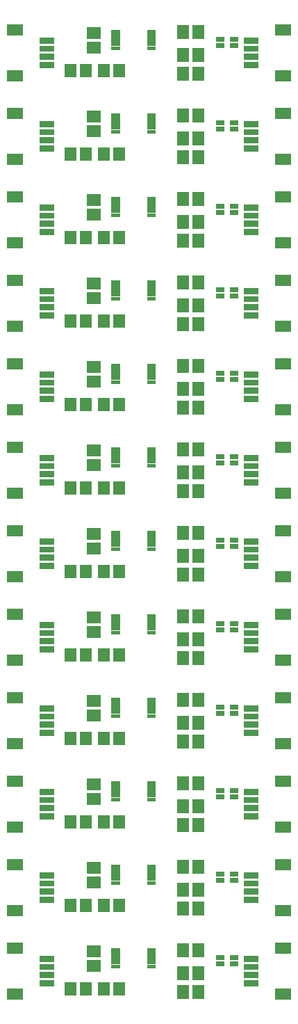
<source format=gbr>
G04 start of page 7 for group -4063 idx -4063 *
G04 Title: (unknown), componentmask *
G04 Creator: pcb 20140316 *
G04 CreationDate: Tue 26 Feb 2019 03:12:25 PM GMT UTC *
G04 For: railfan *
G04 Format: Gerber/RS-274X *
G04 PCB-Dimensions (mil): 1580.00 4900.00 *
G04 PCB-Coordinate-Origin: lower left *
%MOIN*%
%FSLAX25Y25*%
%LNTOPMASK*%
%ADD39R,0.0532X0.0532*%
%ADD38R,0.0296X0.0296*%
%ADD37R,0.0227X0.0227*%
%ADD36R,0.0572X0.0572*%
%ADD35R,0.0180X0.0180*%
G54D35*X61803Y391000D02*X64102D01*
X62500D02*X63500D01*
X61803Y389031D02*X64102D01*
X61803Y387063D02*X64102D01*
X62500Y389031D02*X63500D01*
X62500Y387063D02*X63500D01*
G54D36*X52107Y394543D02*X52893D01*
X52107Y387457D02*X52893D01*
X57457Y376893D02*Y376107D01*
X64543Y376893D02*Y376107D01*
X48543Y376893D02*Y376107D01*
G54D35*X61803Y354937D02*X64102D01*
X61803Y352969D02*X64102D01*
X62500Y354937D02*X63500D01*
X62500Y352969D02*X63500D01*
X61803Y351000D02*X64102D01*
X61803Y349031D02*X64102D01*
X61803Y347063D02*X64102D01*
X62500Y351000D02*X63500D01*
X62500Y349031D02*X63500D01*
X62500Y347063D02*X63500D01*
G54D36*X52107Y347457D02*X52893D01*
X52107Y354543D02*X52893D01*
X57457Y336893D02*Y336107D01*
X48543Y336893D02*Y336107D01*
X64543Y336893D02*Y336107D01*
X95457Y395393D02*Y394607D01*
X102543Y395393D02*Y394607D01*
G54D37*X112217Y391575D02*X114087D01*
G54D36*X102543Y384393D02*Y383607D01*
Y375393D02*Y374607D01*
X95457Y384393D02*Y383607D01*
Y375393D02*Y374607D01*
G54D37*X112217Y388425D02*X114087D01*
X118913D02*X120783D01*
X118913Y391575D02*X120783D01*
G54D38*X126130Y379094D02*X129870D01*
X126130Y383031D02*X129870D01*
X126130Y386969D02*X129870D01*
X126130Y390906D02*X129870D01*
G54D39*X142075Y373976D02*X144437D01*
X142075Y396024D02*X144437D01*
G54D36*X95457Y355393D02*Y354607D01*
X102543Y355393D02*Y354607D01*
X95457Y344393D02*Y343607D01*
Y335393D02*Y334607D01*
X102543Y344393D02*Y343607D01*
Y335393D02*Y334607D01*
G54D37*X112217Y351575D02*X114087D01*
X118913D02*X120783D01*
G54D38*X126130Y350906D02*X129870D01*
G54D39*X142075Y356024D02*X144437D01*
G54D37*X112217Y348425D02*X114087D01*
X118913D02*X120783D01*
G54D38*X126130Y339094D02*X129870D01*
X126130Y343031D02*X129870D01*
X126130Y346969D02*X129870D01*
G54D39*X142075Y333976D02*X144437D01*
G54D38*X28130Y343031D02*X31870D01*
G54D39*X13563Y356024D02*X15925D01*
G54D38*X28130Y339094D02*X31870D01*
G54D39*X13563Y333976D02*X15925D01*
G54D36*X41457Y336893D02*Y336107D01*
G54D38*X28130Y350906D02*X31870D01*
X28130Y346969D02*X31870D01*
X28130Y310906D02*X31870D01*
X28130Y306969D02*X31870D01*
G54D36*X95457Y475393D02*Y474607D01*
X102543Y475393D02*Y474607D01*
G54D37*X112217Y471575D02*X114087D01*
X112217Y468425D02*X114087D01*
X118913D02*X120783D01*
X118913Y471575D02*X120783D01*
G54D38*X126130Y470906D02*X129870D01*
G54D36*X102543Y464393D02*Y463607D01*
X95457Y464393D02*Y463607D01*
G54D35*X78898Y467063D02*X81197D01*
X78898Y469031D02*X81197D01*
X79500Y467063D02*X80500D01*
X79500Y469031D02*X80500D01*
X78898Y471000D02*X81197D01*
X78898Y472969D02*X81197D01*
X78898Y474937D02*X81197D01*
X79500Y471000D02*X80500D01*
X79500Y472969D02*X80500D01*
X79500Y474937D02*X80500D01*
G54D36*X57457Y456893D02*Y456107D01*
X64543Y456893D02*Y456107D01*
X48543Y456893D02*Y456107D01*
G54D38*X126130Y459094D02*X129870D01*
X126130Y463031D02*X129870D01*
X126130Y466969D02*X129870D01*
G54D39*X142075Y453976D02*X144437D01*
X142075Y476024D02*X144437D01*
G54D36*X95457Y435393D02*Y434607D01*
Y424393D02*Y423607D01*
X102543Y435393D02*Y434607D01*
Y424393D02*Y423607D01*
Y415393D02*Y414607D01*
G54D39*X142075Y413976D02*X144437D01*
G54D36*X95457Y415393D02*Y414607D01*
G54D37*X112217Y431575D02*X114087D01*
X112217Y428425D02*X114087D01*
X118913D02*X120783D01*
X118913Y431575D02*X120783D01*
G54D39*X142075Y436024D02*X144437D01*
G54D38*X126130Y419094D02*X129870D01*
X126130Y423031D02*X129870D01*
X126130Y426969D02*X129870D01*
X126130Y430906D02*X129870D01*
X28130Y470906D02*X31870D01*
X28130Y466969D02*X31870D01*
X28130Y463031D02*X31870D01*
X28130Y459094D02*X31870D01*
G54D39*X13563Y476024D02*X15925D01*
X13563Y453976D02*X15925D01*
G54D36*X41457Y456893D02*Y456107D01*
G54D38*X28130Y430906D02*X31870D01*
G54D39*X13563Y436024D02*X15925D01*
G54D35*X61803Y474937D02*X64102D01*
X62500D02*X63500D01*
X61803Y472969D02*X64102D01*
X62500D02*X63500D01*
X61803Y471000D02*X64102D01*
X61803Y469031D02*X64102D01*
X61803Y467063D02*X64102D01*
X62500Y471000D02*X63500D01*
X62500Y469031D02*X63500D01*
X62500Y467063D02*X63500D01*
G54D36*X52107Y467457D02*X52893D01*
X52107Y474543D02*X52893D01*
G54D35*X61803Y434937D02*X64102D01*
X62500D02*X63500D01*
G54D36*X52107Y434543D02*X52893D01*
G54D35*X61803Y432969D02*X64102D01*
X61803Y431000D02*X64102D01*
X62500Y432969D02*X63500D01*
X62500Y431000D02*X63500D01*
X61803Y429031D02*X64102D01*
X61803Y427063D02*X64102D01*
X62500Y429031D02*X63500D01*
X62500Y427063D02*X63500D01*
G54D36*X52107Y427457D02*X52893D01*
G54D38*X28130Y426969D02*X31870D01*
X28130Y423031D02*X31870D01*
X28130Y390906D02*X31870D01*
X28130Y419094D02*X31870D01*
G54D39*X13563Y413976D02*X15925D01*
G54D36*X41457Y416893D02*Y416107D01*
G54D39*X13563Y396024D02*X15925D01*
X13563Y373976D02*X15925D01*
G54D36*X41457Y376893D02*Y376107D01*
G54D38*X28130Y386969D02*X31870D01*
X28130Y383031D02*X31870D01*
X28130Y379094D02*X31870D01*
G54D35*X78898Y427063D02*X81197D01*
X79500D02*X80500D01*
X78898Y429031D02*X81197D01*
X79500D02*X80500D01*
X78898Y431000D02*X81197D01*
X78898Y432969D02*X81197D01*
X78898Y434937D02*X81197D01*
X79500Y431000D02*X80500D01*
X79500Y432969D02*X80500D01*
X79500Y434937D02*X80500D01*
X78898Y347063D02*X81197D01*
X79500D02*X80500D01*
X78898Y349031D02*X81197D01*
X79500D02*X80500D01*
X78898Y351000D02*X81197D01*
X78898Y352969D02*X81197D01*
X78898Y354937D02*X81197D01*
X79500Y351000D02*X80500D01*
X79500Y352969D02*X80500D01*
X79500Y354937D02*X80500D01*
G54D36*X102543Y455393D02*Y454607D01*
X95457Y455393D02*Y454607D01*
X57457Y416893D02*Y416107D01*
X64543Y416893D02*Y416107D01*
G54D35*X61803Y394937D02*X64102D01*
X61803Y392969D02*X64102D01*
X62500Y394937D02*X63500D01*
X62500Y392969D02*X63500D01*
G54D36*X48543Y416893D02*Y416107D01*
G54D35*X78898Y387063D02*X81197D01*
X78898Y389031D02*X81197D01*
X79500Y387063D02*X80500D01*
X79500Y389031D02*X80500D01*
X78898Y391000D02*X81197D01*
X78898Y392969D02*X81197D01*
X78898Y394937D02*X81197D01*
X79500Y391000D02*X80500D01*
X79500Y392969D02*X80500D01*
X79500Y394937D02*X80500D01*
X61803Y314937D02*X64102D01*
X61803Y312969D02*X64102D01*
X62500Y314937D02*X63500D01*
X62500Y312969D02*X63500D01*
X61803Y311000D02*X64102D01*
X61803Y309031D02*X64102D01*
X62500Y311000D02*X63500D01*
X62500Y309031D02*X63500D01*
G54D36*X52107Y307457D02*X52893D01*
X52107Y314543D02*X52893D01*
G54D35*X61803Y307063D02*X64102D01*
X62500D02*X63500D01*
X78898D02*X81197D01*
X78898Y309031D02*X81197D01*
X79500Y307063D02*X80500D01*
X79500Y309031D02*X80500D01*
X78898Y311000D02*X81197D01*
X78898Y312969D02*X81197D01*
X78898Y314937D02*X81197D01*
X79500Y311000D02*X80500D01*
X79500Y312969D02*X80500D01*
X79500Y314937D02*X80500D01*
G54D36*X57457Y296893D02*Y296107D01*
X64543Y296893D02*Y296107D01*
X48543Y296893D02*Y296107D01*
X95457Y315393D02*Y314607D01*
X102543Y315393D02*Y314607D01*
X95457Y304393D02*Y303607D01*
Y295393D02*Y294607D01*
X102543Y304393D02*Y303607D01*
Y295393D02*Y294607D01*
G54D37*X112217Y311575D02*X114087D01*
X118913D02*X120783D01*
G54D38*X126130Y310906D02*X129870D01*
G54D39*X142075Y316024D02*X144437D01*
G54D37*X112217Y308425D02*X114087D01*
X118913D02*X120783D01*
G54D38*X126130Y299094D02*X129870D01*
X126130Y303031D02*X129870D01*
X126130Y306969D02*X129870D01*
G54D39*X142075Y293976D02*X144437D01*
G54D36*X95457Y275393D02*Y274607D01*
X102543Y275393D02*Y274607D01*
X95457Y264393D02*Y263607D01*
Y255393D02*Y254607D01*
X102543Y264393D02*Y263607D01*
Y255393D02*Y254607D01*
G54D37*X112217Y271575D02*X114087D01*
X118913D02*X120783D01*
G54D38*X126130Y270906D02*X129870D01*
G54D39*X142075Y276024D02*X144437D01*
G54D37*X112217Y268425D02*X114087D01*
X118913D02*X120783D01*
G54D38*X126130Y259094D02*X129870D01*
X126130Y263031D02*X129870D01*
X126130Y266969D02*X129870D01*
G54D39*X142075Y253976D02*X144437D01*
G54D35*X78898Y267063D02*X81197D01*
X79500D02*X80500D01*
X78898Y269031D02*X81197D01*
X79500D02*X80500D01*
X78898Y271000D02*X81197D01*
X78898Y272969D02*X81197D01*
X78898Y274937D02*X81197D01*
X79500Y271000D02*X80500D01*
X79500Y272969D02*X80500D01*
X79500Y274937D02*X80500D01*
X78898Y231000D02*X81197D01*
X78898Y232969D02*X81197D01*
X78898Y234937D02*X81197D01*
X79500Y231000D02*X80500D01*
X79500Y232969D02*X80500D01*
X79500Y234937D02*X80500D01*
X61803Y274937D02*X64102D01*
X62500D02*X63500D01*
X61803Y272969D02*X64102D01*
X62500D02*X63500D01*
X61803Y271000D02*X64102D01*
X61803Y269031D02*X64102D01*
X61803Y267063D02*X64102D01*
X62500Y271000D02*X63500D01*
X62500Y269031D02*X63500D01*
X62500Y267063D02*X63500D01*
G54D36*X52107Y274543D02*X52893D01*
X52107Y194543D02*X52893D01*
X52107Y267457D02*X52893D01*
X57457Y256893D02*Y256107D01*
X64543Y256893D02*Y256107D01*
X48543Y256893D02*Y256107D01*
G54D35*X78898Y227063D02*X81197D01*
X79500D02*X80500D01*
X78898Y229031D02*X81197D01*
X79500D02*X80500D01*
X78898Y187063D02*X81197D01*
X78898Y189031D02*X81197D01*
X79500Y187063D02*X80500D01*
X79500Y189031D02*X80500D01*
X78898Y191000D02*X81197D01*
X78898Y192969D02*X81197D01*
X78898Y194937D02*X81197D01*
X79500Y191000D02*X80500D01*
X79500Y192969D02*X80500D01*
X79500Y194937D02*X80500D01*
G54D38*X28130Y303031D02*X31870D01*
X28130Y299094D02*X31870D01*
G54D36*X41457Y296893D02*Y296107D01*
G54D39*X13563Y316024D02*X15925D01*
X13563Y293976D02*X15925D01*
X13563Y276024D02*X15925D01*
G54D35*X61803Y234937D02*X64102D01*
X62500D02*X63500D01*
X61803Y232969D02*X64102D01*
X62500D02*X63500D01*
X61803Y231000D02*X64102D01*
X61803Y229031D02*X64102D01*
X61803Y227063D02*X64102D01*
X62500Y231000D02*X63500D01*
X62500Y229031D02*X63500D01*
X62500Y227063D02*X63500D01*
G54D36*X52107Y234543D02*X52893D01*
G54D38*X28130Y270906D02*X31870D01*
X28130Y266969D02*X31870D01*
X28130Y263031D02*X31870D01*
X28130Y259094D02*X31870D01*
G54D36*X41457Y256893D02*Y256107D01*
G54D38*X28130Y230906D02*X31870D01*
X28130Y223031D02*X31870D01*
X28130Y219094D02*X31870D01*
G54D36*X41457Y216893D02*Y216107D01*
G54D39*X13563Y253976D02*X15925D01*
X13563Y236024D02*X15925D01*
X13563Y213976D02*X15925D01*
X13563Y196024D02*X15925D01*
G54D36*X52107Y227457D02*X52893D01*
X57457Y216893D02*Y216107D01*
X64543Y216893D02*Y216107D01*
X48543Y216893D02*Y216107D01*
G54D35*X61803Y194937D02*X64102D01*
X62500D02*X63500D01*
X61803Y192969D02*X64102D01*
X62500D02*X63500D01*
X61803Y191000D02*X64102D01*
X61803Y189031D02*X64102D01*
X61803Y187063D02*X64102D01*
X62500Y191000D02*X63500D01*
X62500Y189031D02*X63500D01*
X62500Y187063D02*X63500D01*
G54D36*X52107Y187457D02*X52893D01*
X95457Y235393D02*Y234607D01*
X102543Y235393D02*Y234607D01*
X95457Y224393D02*Y223607D01*
Y215393D02*Y214607D01*
X102543Y224393D02*Y223607D01*
Y215393D02*Y214607D01*
G54D37*X112217Y231575D02*X114087D01*
X118913D02*X120783D01*
G54D38*X126130Y230906D02*X129870D01*
G54D39*X142075Y236024D02*X144437D01*
G54D37*X112217Y228425D02*X114087D01*
X118913D02*X120783D01*
G54D38*X126130Y219094D02*X129870D01*
X126130Y223031D02*X129870D01*
X126130Y226969D02*X129870D01*
G54D39*X142075Y213976D02*X144437D01*
G54D36*X95457Y195393D02*Y194607D01*
X102543Y195393D02*Y194607D01*
X95457Y184393D02*Y183607D01*
Y175393D02*Y174607D01*
X102543Y184393D02*Y183607D01*
Y175393D02*Y174607D01*
G54D37*X112217Y191575D02*X114087D01*
X118913D02*X120783D01*
G54D38*X126130Y190906D02*X129870D01*
G54D39*X142075Y196024D02*X144437D01*
G54D37*X112217Y188425D02*X114087D01*
X118913D02*X120783D01*
G54D38*X126130Y179094D02*X129870D01*
X126130Y183031D02*X129870D01*
X126130Y186969D02*X129870D01*
G54D39*X142075Y173976D02*X144437D01*
G54D38*X28130Y226969D02*X31870D01*
X28130Y190906D02*X31870D01*
X28130Y186969D02*X31870D01*
X28130Y183031D02*X31870D01*
X28130Y179094D02*X31870D01*
X28130Y150906D02*X31870D01*
X28130Y146969D02*X31870D01*
G54D36*X57457Y176893D02*Y176107D01*
X48543Y176893D02*Y176107D01*
X64543Y176893D02*Y176107D01*
G54D39*X13563Y173976D02*X15925D01*
X13563Y156024D02*X15925D01*
X13563Y133976D02*X15925D01*
G54D36*X41457Y176893D02*Y176107D01*
Y96893D02*Y96107D01*
G54D38*X28130Y143031D02*X31870D01*
X28130Y110906D02*X31870D01*
X28130Y139094D02*X31870D01*
G54D36*X41457Y136893D02*Y136107D01*
G54D35*X61803Y154937D02*X64102D01*
X61803Y152969D02*X64102D01*
X62500Y154937D02*X63500D01*
X62500Y152969D02*X63500D01*
X61803Y151000D02*X64102D01*
X61803Y149031D02*X64102D01*
X62500Y151000D02*X63500D01*
X62500Y149031D02*X63500D01*
G54D36*X52107Y147457D02*X52893D01*
X52107Y154543D02*X52893D01*
G54D35*X61803Y147063D02*X64102D01*
X62500D02*X63500D01*
X78898D02*X81197D01*
X78898Y149031D02*X81197D01*
X79500Y147063D02*X80500D01*
X79500Y149031D02*X80500D01*
X78898Y151000D02*X81197D01*
X78898Y152969D02*X81197D01*
X78898Y154937D02*X81197D01*
X79500Y151000D02*X80500D01*
X79500Y152969D02*X80500D01*
X79500Y154937D02*X80500D01*
G54D36*X57457Y136893D02*Y136107D01*
X64543Y136893D02*Y136107D01*
X48543Y136893D02*Y136107D01*
G54D35*X78898Y107063D02*X81197D01*
X79500D02*X80500D01*
X78898Y109031D02*X81197D01*
X79500D02*X80500D01*
X78898Y111000D02*X81197D01*
X78898Y112969D02*X81197D01*
X78898Y114937D02*X81197D01*
X79500Y111000D02*X80500D01*
X79500Y112969D02*X80500D01*
X79500Y114937D02*X80500D01*
X78898Y71000D02*X81197D01*
X78898Y72969D02*X81197D01*
X78898Y74937D02*X81197D01*
X79500Y71000D02*X80500D01*
X79500Y72969D02*X80500D01*
X79500Y74937D02*X80500D01*
X61803Y114937D02*X64102D01*
X62500D02*X63500D01*
X61803Y112969D02*X64102D01*
X62500D02*X63500D01*
X61803Y111000D02*X64102D01*
X61803Y109031D02*X64102D01*
X61803Y107063D02*X64102D01*
X62500Y111000D02*X63500D01*
X62500Y109031D02*X63500D01*
X62500Y107063D02*X63500D01*
G54D36*X52107Y114543D02*X52893D01*
X52107Y34543D02*X52893D01*
X52107Y107457D02*X52893D01*
X57457Y96893D02*Y96107D01*
X64543Y96893D02*Y96107D01*
X48543Y96893D02*Y96107D01*
G54D35*X78898Y67063D02*X81197D01*
X79500D02*X80500D01*
X78898Y69031D02*X81197D01*
X79500D02*X80500D01*
X78898Y27063D02*X81197D01*
X78898Y29031D02*X81197D01*
X79500Y27063D02*X80500D01*
X79500Y29031D02*X80500D01*
X78898Y31000D02*X81197D01*
X78898Y32969D02*X81197D01*
X78898Y34937D02*X81197D01*
X79500Y31000D02*X80500D01*
X79500Y32969D02*X80500D01*
X79500Y34937D02*X80500D01*
G54D36*X95457Y155393D02*Y154607D01*
X102543Y155393D02*Y154607D01*
X95457Y144393D02*Y143607D01*
Y135393D02*Y134607D01*
X102543Y144393D02*Y143607D01*
Y135393D02*Y134607D01*
G54D37*X112217Y151575D02*X114087D01*
X118913D02*X120783D01*
G54D38*X126130Y150906D02*X129870D01*
G54D39*X142075Y156024D02*X144437D01*
G54D37*X112217Y148425D02*X114087D01*
X118913D02*X120783D01*
G54D38*X126130Y139094D02*X129870D01*
X126130Y143031D02*X129870D01*
X126130Y146969D02*X129870D01*
G54D39*X142075Y133976D02*X144437D01*
G54D36*X95457Y115393D02*Y114607D01*
X102543Y115393D02*Y114607D01*
X95457Y104393D02*Y103607D01*
Y95393D02*Y94607D01*
X102543Y104393D02*Y103607D01*
Y95393D02*Y94607D01*
G54D37*X112217Y111575D02*X114087D01*
X118913D02*X120783D01*
G54D38*X126130Y110906D02*X129870D01*
G54D39*X142075Y116024D02*X144437D01*
G54D37*X112217Y108425D02*X114087D01*
X118913D02*X120783D01*
G54D38*X126130Y99094D02*X129870D01*
X126130Y103031D02*X129870D01*
X126130Y106969D02*X129870D01*
G54D39*X142075Y93976D02*X144437D01*
G54D36*X95457Y75393D02*Y74607D01*
X102543Y75393D02*Y74607D01*
X95457Y64393D02*Y63607D01*
Y55393D02*Y54607D01*
X102543Y64393D02*Y63607D01*
Y55393D02*Y54607D01*
G54D37*X112217Y71575D02*X114087D01*
X118913D02*X120783D01*
G54D38*X126130Y70906D02*X129870D01*
G54D39*X142075Y76024D02*X144437D01*
G54D37*X112217Y68425D02*X114087D01*
X118913D02*X120783D01*
G54D38*X126130Y59094D02*X129870D01*
X126130Y63031D02*X129870D01*
X126130Y66969D02*X129870D01*
G54D39*X142075Y53976D02*X144437D01*
G54D36*X95457Y35393D02*Y34607D01*
X102543Y35393D02*Y34607D01*
X95457Y24393D02*Y23607D01*
Y15393D02*Y14607D01*
X102543Y24393D02*Y23607D01*
Y15393D02*Y14607D01*
G54D37*X112217Y31575D02*X114087D01*
X118913D02*X120783D01*
G54D38*X126130Y30906D02*X129870D01*
G54D39*X142075Y36024D02*X144437D01*
G54D37*X112217Y28425D02*X114087D01*
X118913D02*X120783D01*
G54D38*X126130Y19094D02*X129870D01*
X126130Y23031D02*X129870D01*
X126130Y26969D02*X129870D01*
G54D39*X142075Y13976D02*X144437D01*
G54D38*X28130Y106969D02*X31870D01*
X28130Y103031D02*X31870D01*
X28130Y99094D02*X31870D01*
X28130Y70906D02*X31870D01*
X28130Y66969D02*X31870D01*
G54D39*X13563Y116024D02*X15925D01*
X13563Y93976D02*X15925D01*
X13563Y76024D02*X15925D01*
X13563Y53976D02*X15925D01*
X13563Y36024D02*X15925D01*
X13563Y13976D02*X15925D01*
G54D38*X28130Y30906D02*X31870D01*
X28130Y26969D02*X31870D01*
X28130Y23031D02*X31870D01*
X28130Y19094D02*X31870D01*
X28130Y63031D02*X31870D01*
X28130Y59094D02*X31870D01*
G54D36*X52107Y74543D02*X52893D01*
X41457Y56893D02*Y56107D01*
X48543Y56893D02*Y56107D01*
G54D35*X61803Y74937D02*X64102D01*
X62500D02*X63500D01*
X61803Y72969D02*X64102D01*
X62500D02*X63500D01*
X61803Y71000D02*X64102D01*
X61803Y69031D02*X64102D01*
X61803Y67063D02*X64102D01*
X62500Y71000D02*X63500D01*
X62500Y69031D02*X63500D01*
X62500Y67063D02*X63500D01*
G54D36*X52107Y67457D02*X52893D01*
X57457Y56893D02*Y56107D01*
X64543Y56893D02*Y56107D01*
G54D35*X61803Y34937D02*X64102D01*
X61803Y32969D02*X64102D01*
X62500Y34937D02*X63500D01*
X62500Y32969D02*X63500D01*
X61803Y27063D02*X64102D01*
X62500D02*X63500D01*
G54D36*X64543Y16893D02*Y16107D01*
G54D35*X61803Y31000D02*X64102D01*
X61803Y29031D02*X64102D01*
X62500Y31000D02*X63500D01*
X62500Y29031D02*X63500D01*
G54D36*X52107Y27457D02*X52893D01*
X57457Y16893D02*Y16107D01*
X41457Y16893D02*Y16107D01*
X48543Y16893D02*Y16107D01*
M02*

</source>
